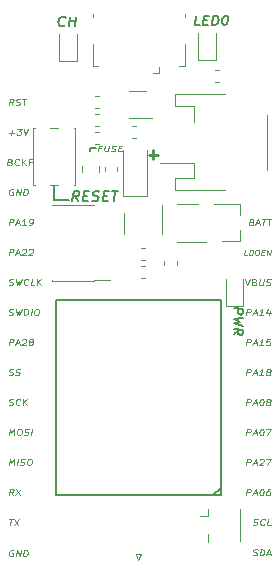
<source format=gto>
G04 #@! TF.GenerationSoftware,KiCad,Pcbnew,(5.1.2-1)-1*
G04 #@! TF.CreationDate,2019-05-17T17:37:07+02:00*
G04 #@! TF.ProjectId,TLM-breakout-v1_1,544c4d2d-6272-4656-916b-6f75742d7631,1.1*
G04 #@! TF.SameCoordinates,Original*
G04 #@! TF.FileFunction,Legend,Top*
G04 #@! TF.FilePolarity,Positive*
%FSLAX46Y46*%
G04 Gerber Fmt 4.6, Leading zero omitted, Abs format (unit mm)*
G04 Created by KiCad (PCBNEW (5.1.2-1)-1) date 2019-05-17 17:37:07*
%MOMM*%
%LPD*%
G04 APERTURE LIST*
%ADD10C,0.100000*%
%ADD11C,0.125000*%
%ADD12C,0.112500*%
%ADD13C,0.200000*%
%ADD14C,0.150000*%
%ADD15C,0.175000*%
%ADD16C,0.250000*%
%ADD17C,0.120000*%
G04 APERTURE END LIST*
D10*
X132696116Y-80107857D02*
X132496116Y-80107857D01*
X132466651Y-80343571D02*
X132522901Y-79893571D01*
X132808616Y-79893571D01*
X133037187Y-79893571D02*
X132991651Y-80257857D01*
X133014866Y-80300714D01*
X133040758Y-80322142D01*
X133095223Y-80343571D01*
X133209508Y-80343571D01*
X133269330Y-80322142D01*
X133300580Y-80300714D01*
X133334508Y-80257857D01*
X133380044Y-79893571D01*
X133583616Y-80322142D02*
X133666651Y-80343571D01*
X133809508Y-80343571D01*
X133869330Y-80322142D01*
X133900580Y-80300714D01*
X133934508Y-80257857D01*
X133939866Y-80215000D01*
X133916651Y-80172142D01*
X133890758Y-80150714D01*
X133836294Y-80129285D01*
X133724687Y-80107857D01*
X133670223Y-80086428D01*
X133644330Y-80065000D01*
X133621116Y-80022142D01*
X133626473Y-79979285D01*
X133660401Y-79936428D01*
X133691651Y-79915000D01*
X133751473Y-79893571D01*
X133894330Y-79893571D01*
X133977366Y-79915000D01*
X134210401Y-80107857D02*
X134410401Y-80107857D01*
X134466651Y-80343571D02*
X134180937Y-80343571D01*
X134237187Y-79893571D01*
X134522901Y-79893571D01*
D11*
X145566064Y-114532380D02*
X145648802Y-114556190D01*
X145791659Y-114556190D01*
X145851778Y-114532380D01*
X145883326Y-114508571D01*
X145917850Y-114460952D01*
X145923802Y-114413333D01*
X145901183Y-114365714D01*
X145875588Y-114341904D01*
X145821421Y-114318095D01*
X145710112Y-114294285D01*
X145655945Y-114270476D01*
X145630350Y-114246666D01*
X145607731Y-114199047D01*
X145613683Y-114151428D01*
X145648207Y-114103809D01*
X145679755Y-114080000D01*
X145739874Y-114056190D01*
X145882731Y-114056190D01*
X145965469Y-114080000D01*
X146163088Y-114556190D02*
X146225588Y-114056190D01*
X146368445Y-114056190D01*
X146451183Y-114080000D01*
X146502374Y-114127619D01*
X146524993Y-114175238D01*
X146541659Y-114270476D01*
X146532731Y-114341904D01*
X146492255Y-114437142D01*
X146457731Y-114484761D01*
X146394636Y-114532380D01*
X146305945Y-114556190D01*
X146163088Y-114556190D01*
X146752374Y-114413333D02*
X147038088Y-114413333D01*
X146677374Y-114556190D02*
X146939874Y-114056190D01*
X147077374Y-114556190D01*
X145594635Y-111972380D02*
X145677373Y-111996190D01*
X145820230Y-111996190D01*
X145880349Y-111972380D01*
X145911897Y-111948571D01*
X145946421Y-111900952D01*
X145952373Y-111853333D01*
X145929754Y-111805714D01*
X145904159Y-111781904D01*
X145849992Y-111758095D01*
X145738683Y-111734285D01*
X145684516Y-111710476D01*
X145658921Y-111686666D01*
X145636302Y-111639047D01*
X145642254Y-111591428D01*
X145676778Y-111543809D01*
X145708325Y-111520000D01*
X145768444Y-111496190D01*
X145911302Y-111496190D01*
X145994040Y-111520000D01*
X146540468Y-111948571D02*
X146508921Y-111972380D01*
X146420230Y-111996190D01*
X146363087Y-111996190D01*
X146280349Y-111972380D01*
X146229159Y-111924761D01*
X146206540Y-111877142D01*
X146189873Y-111781904D01*
X146198802Y-111710476D01*
X146239278Y-111615238D01*
X146273802Y-111567619D01*
X146336897Y-111520000D01*
X146425587Y-111496190D01*
X146482730Y-111496190D01*
X146565468Y-111520000D01*
X146591063Y-111543809D01*
X147077373Y-111996190D02*
X146791659Y-111996190D01*
X146854159Y-111496190D01*
X145020230Y-109466190D02*
X145082730Y-108966190D01*
X145311302Y-108966190D01*
X145365468Y-108990000D01*
X145391063Y-109013809D01*
X145413683Y-109061428D01*
X145404754Y-109132857D01*
X145370230Y-109180476D01*
X145338683Y-109204285D01*
X145278563Y-109228095D01*
X145049992Y-109228095D01*
X145609516Y-109323333D02*
X145895230Y-109323333D01*
X145534516Y-109466190D02*
X145797016Y-108966190D01*
X145934516Y-109466190D01*
X146311302Y-108966190D02*
X146368444Y-108966190D01*
X146422611Y-108990000D01*
X146448206Y-109013809D01*
X146470825Y-109061428D01*
X146487492Y-109156666D01*
X146472611Y-109275714D01*
X146432135Y-109370952D01*
X146397611Y-109418571D01*
X146366063Y-109442380D01*
X146305944Y-109466190D01*
X146248802Y-109466190D01*
X146194635Y-109442380D01*
X146169040Y-109418571D01*
X146146421Y-109370952D01*
X146129754Y-109275714D01*
X146144635Y-109156666D01*
X146185111Y-109061428D01*
X146219635Y-109013809D01*
X146251183Y-108990000D01*
X146311302Y-108966190D01*
X147025587Y-108966190D02*
X146911302Y-108966190D01*
X146851183Y-108990000D01*
X146819635Y-109013809D01*
X146753563Y-109085238D01*
X146713087Y-109180476D01*
X146689278Y-109370952D01*
X146711897Y-109418571D01*
X146737492Y-109442380D01*
X146791659Y-109466190D01*
X146905944Y-109466190D01*
X146966063Y-109442380D01*
X146997611Y-109418571D01*
X147032135Y-109370952D01*
X147047016Y-109251904D01*
X147024397Y-109204285D01*
X146998802Y-109180476D01*
X146944635Y-109156666D01*
X146830349Y-109156666D01*
X146770230Y-109180476D01*
X146738683Y-109204285D01*
X146704159Y-109251904D01*
X145020230Y-106926190D02*
X145082730Y-106426190D01*
X145311302Y-106426190D01*
X145365468Y-106450000D01*
X145391063Y-106473809D01*
X145413683Y-106521428D01*
X145404754Y-106592857D01*
X145370230Y-106640476D01*
X145338683Y-106664285D01*
X145278563Y-106688095D01*
X145049992Y-106688095D01*
X145609516Y-106783333D02*
X145895230Y-106783333D01*
X145534516Y-106926190D02*
X145797016Y-106426190D01*
X145934516Y-106926190D01*
X146162492Y-106473809D02*
X146194040Y-106450000D01*
X146254159Y-106426190D01*
X146397016Y-106426190D01*
X146451183Y-106450000D01*
X146476778Y-106473809D01*
X146499397Y-106521428D01*
X146493444Y-106569047D01*
X146455944Y-106640476D01*
X146077373Y-106926190D01*
X146448802Y-106926190D01*
X146711302Y-106426190D02*
X147111302Y-106426190D01*
X146791659Y-106926190D01*
X145020230Y-104386190D02*
X145082730Y-103886190D01*
X145311302Y-103886190D01*
X145365468Y-103910000D01*
X145391063Y-103933809D01*
X145413683Y-103981428D01*
X145404754Y-104052857D01*
X145370230Y-104100476D01*
X145338683Y-104124285D01*
X145278563Y-104148095D01*
X145049992Y-104148095D01*
X145609516Y-104243333D02*
X145895230Y-104243333D01*
X145534516Y-104386190D02*
X145797016Y-103886190D01*
X145934516Y-104386190D01*
X146311302Y-103886190D02*
X146368444Y-103886190D01*
X146422611Y-103910000D01*
X146448206Y-103933809D01*
X146470825Y-103981428D01*
X146487492Y-104076666D01*
X146472611Y-104195714D01*
X146432135Y-104290952D01*
X146397611Y-104338571D01*
X146366063Y-104362380D01*
X146305944Y-104386190D01*
X146248802Y-104386190D01*
X146194635Y-104362380D01*
X146169040Y-104338571D01*
X146146421Y-104290952D01*
X146129754Y-104195714D01*
X146144635Y-104076666D01*
X146185111Y-103981428D01*
X146219635Y-103933809D01*
X146251183Y-103910000D01*
X146311302Y-103886190D01*
X146711302Y-103886190D02*
X147111302Y-103886190D01*
X146791659Y-104386190D01*
X145020230Y-101846190D02*
X145082730Y-101346190D01*
X145311302Y-101346190D01*
X145365468Y-101370000D01*
X145391063Y-101393809D01*
X145413683Y-101441428D01*
X145404754Y-101512857D01*
X145370230Y-101560476D01*
X145338683Y-101584285D01*
X145278563Y-101608095D01*
X145049992Y-101608095D01*
X145609516Y-101703333D02*
X145895230Y-101703333D01*
X145534516Y-101846190D02*
X145797016Y-101346190D01*
X145934516Y-101846190D01*
X146311302Y-101346190D02*
X146368444Y-101346190D01*
X146422611Y-101370000D01*
X146448206Y-101393809D01*
X146470825Y-101441428D01*
X146487492Y-101536666D01*
X146472611Y-101655714D01*
X146432135Y-101750952D01*
X146397611Y-101798571D01*
X146366063Y-101822380D01*
X146305944Y-101846190D01*
X146248802Y-101846190D01*
X146194635Y-101822380D01*
X146169040Y-101798571D01*
X146146421Y-101750952D01*
X146129754Y-101655714D01*
X146144635Y-101536666D01*
X146185111Y-101441428D01*
X146219635Y-101393809D01*
X146251183Y-101370000D01*
X146311302Y-101346190D01*
X146827373Y-101560476D02*
X146773206Y-101536666D01*
X146747611Y-101512857D01*
X146724992Y-101465238D01*
X146727968Y-101441428D01*
X146762492Y-101393809D01*
X146794040Y-101370000D01*
X146854159Y-101346190D01*
X146968444Y-101346190D01*
X147022611Y-101370000D01*
X147048206Y-101393809D01*
X147070825Y-101441428D01*
X147067849Y-101465238D01*
X147033325Y-101512857D01*
X147001778Y-101536666D01*
X146941659Y-101560476D01*
X146827373Y-101560476D01*
X146767254Y-101584285D01*
X146735706Y-101608095D01*
X146701183Y-101655714D01*
X146689278Y-101750952D01*
X146711897Y-101798571D01*
X146737492Y-101822380D01*
X146791659Y-101846190D01*
X146905944Y-101846190D01*
X146966063Y-101822380D01*
X146997611Y-101798571D01*
X147032135Y-101750952D01*
X147044040Y-101655714D01*
X147021421Y-101608095D01*
X146995825Y-101584285D01*
X146941659Y-101560476D01*
X145020230Y-99306190D02*
X145082730Y-98806190D01*
X145311302Y-98806190D01*
X145365468Y-98830000D01*
X145391063Y-98853809D01*
X145413683Y-98901428D01*
X145404754Y-98972857D01*
X145370230Y-99020476D01*
X145338683Y-99044285D01*
X145278563Y-99068095D01*
X145049992Y-99068095D01*
X145609516Y-99163333D02*
X145895230Y-99163333D01*
X145534516Y-99306190D02*
X145797016Y-98806190D01*
X145934516Y-99306190D01*
X146448802Y-99306190D02*
X146105944Y-99306190D01*
X146277373Y-99306190D02*
X146339873Y-98806190D01*
X146273802Y-98877619D01*
X146210706Y-98925238D01*
X146150587Y-98949047D01*
X146827373Y-99020476D02*
X146773206Y-98996666D01*
X146747611Y-98972857D01*
X146724992Y-98925238D01*
X146727968Y-98901428D01*
X146762492Y-98853809D01*
X146794040Y-98830000D01*
X146854159Y-98806190D01*
X146968444Y-98806190D01*
X147022611Y-98830000D01*
X147048206Y-98853809D01*
X147070825Y-98901428D01*
X147067849Y-98925238D01*
X147033325Y-98972857D01*
X147001778Y-98996666D01*
X146941659Y-99020476D01*
X146827373Y-99020476D01*
X146767254Y-99044285D01*
X146735706Y-99068095D01*
X146701183Y-99115714D01*
X146689278Y-99210952D01*
X146711897Y-99258571D01*
X146737492Y-99282380D01*
X146791659Y-99306190D01*
X146905944Y-99306190D01*
X146966063Y-99282380D01*
X146997611Y-99258571D01*
X147032135Y-99210952D01*
X147044040Y-99115714D01*
X147021421Y-99068095D01*
X146995825Y-99044285D01*
X146941659Y-99020476D01*
X145020230Y-96766190D02*
X145082730Y-96266190D01*
X145311302Y-96266190D01*
X145365468Y-96290000D01*
X145391063Y-96313809D01*
X145413683Y-96361428D01*
X145404754Y-96432857D01*
X145370230Y-96480476D01*
X145338683Y-96504285D01*
X145278563Y-96528095D01*
X145049992Y-96528095D01*
X145609516Y-96623333D02*
X145895230Y-96623333D01*
X145534516Y-96766190D02*
X145797016Y-96266190D01*
X145934516Y-96766190D01*
X146448802Y-96766190D02*
X146105944Y-96766190D01*
X146277373Y-96766190D02*
X146339873Y-96266190D01*
X146273802Y-96337619D01*
X146210706Y-96385238D01*
X146150587Y-96409047D01*
X147054159Y-96266190D02*
X146768444Y-96266190D01*
X146710111Y-96504285D01*
X146741659Y-96480476D01*
X146801778Y-96456666D01*
X146944635Y-96456666D01*
X146998802Y-96480476D01*
X147024397Y-96504285D01*
X147047016Y-96551904D01*
X147032135Y-96670952D01*
X146997611Y-96718571D01*
X146966063Y-96742380D01*
X146905944Y-96766190D01*
X146763087Y-96766190D01*
X146708921Y-96742380D01*
X146683325Y-96718571D01*
X145020230Y-94226190D02*
X145082730Y-93726190D01*
X145311302Y-93726190D01*
X145365468Y-93750000D01*
X145391063Y-93773809D01*
X145413683Y-93821428D01*
X145404754Y-93892857D01*
X145370230Y-93940476D01*
X145338683Y-93964285D01*
X145278563Y-93988095D01*
X145049992Y-93988095D01*
X145609516Y-94083333D02*
X145895230Y-94083333D01*
X145534516Y-94226190D02*
X145797016Y-93726190D01*
X145934516Y-94226190D01*
X146448802Y-94226190D02*
X146105944Y-94226190D01*
X146277373Y-94226190D02*
X146339873Y-93726190D01*
X146273802Y-93797619D01*
X146210706Y-93845238D01*
X146150587Y-93869047D01*
X147004754Y-93892857D02*
X146963087Y-94226190D01*
X146885706Y-93702380D02*
X146698206Y-94059523D01*
X147069635Y-94059523D01*
X144939873Y-91186190D02*
X145077373Y-91686190D01*
X145339873Y-91186190D01*
X145710112Y-91424285D02*
X145792850Y-91448095D01*
X145818445Y-91471904D01*
X145841064Y-91519523D01*
X145832135Y-91590952D01*
X145797612Y-91638571D01*
X145766064Y-91662380D01*
X145705945Y-91686190D01*
X145477373Y-91686190D01*
X145539873Y-91186190D01*
X145739873Y-91186190D01*
X145794040Y-91210000D01*
X145819635Y-91233809D01*
X145842254Y-91281428D01*
X145836302Y-91329047D01*
X145801778Y-91376666D01*
X145770231Y-91400476D01*
X145710112Y-91424285D01*
X145510112Y-91424285D01*
X146139873Y-91186190D02*
X146089278Y-91590952D01*
X146111897Y-91638571D01*
X146137492Y-91662380D01*
X146191659Y-91686190D01*
X146305945Y-91686190D01*
X146366064Y-91662380D01*
X146397612Y-91638571D01*
X146432135Y-91590952D01*
X146482731Y-91186190D01*
X146680350Y-91662380D02*
X146763088Y-91686190D01*
X146905945Y-91686190D01*
X146966064Y-91662380D01*
X146997612Y-91638571D01*
X147032135Y-91590952D01*
X147038088Y-91543333D01*
X147015469Y-91495714D01*
X146989873Y-91471904D01*
X146935707Y-91448095D01*
X146824397Y-91424285D01*
X146770231Y-91400476D01*
X146744635Y-91376666D01*
X146722016Y-91329047D01*
X146727969Y-91281428D01*
X146762492Y-91233809D01*
X146794040Y-91210000D01*
X146854159Y-91186190D01*
X146997016Y-91186190D01*
X147079754Y-91210000D01*
D12*
X145098553Y-89123571D02*
X144860458Y-89123571D01*
X144916708Y-88673571D01*
X145265220Y-89123571D02*
X145321470Y-88673571D01*
X145440517Y-88673571D01*
X145509267Y-88695000D01*
X145551529Y-88737857D01*
X145569981Y-88780714D01*
X145583077Y-88866428D01*
X145575041Y-88930714D01*
X145540517Y-89016428D01*
X145511350Y-89059285D01*
X145458374Y-89102142D01*
X145384267Y-89123571D01*
X145265220Y-89123571D01*
X145916708Y-88673571D02*
X146011946Y-88673571D01*
X146056886Y-88695000D01*
X146099148Y-88737857D01*
X146112243Y-88823571D01*
X146093493Y-88973571D01*
X146058970Y-89059285D01*
X146005993Y-89102142D01*
X145955696Y-89123571D01*
X145860458Y-89123571D01*
X145815517Y-89102142D01*
X145773255Y-89059285D01*
X145760160Y-88973571D01*
X145778910Y-88823571D01*
X145813434Y-88737857D01*
X145866410Y-88695000D01*
X145916708Y-88673571D01*
X146318493Y-88887857D02*
X146485160Y-88887857D01*
X146527124Y-89123571D02*
X146289029Y-89123571D01*
X146345279Y-88673571D01*
X146583374Y-88673571D01*
X146741410Y-89123571D02*
X146797660Y-88673571D01*
X147027124Y-89123571D01*
X147083374Y-88673571D01*
D11*
X145481540Y-86344285D02*
X145564278Y-86368095D01*
X145589873Y-86391904D01*
X145612492Y-86439523D01*
X145603564Y-86510952D01*
X145569040Y-86558571D01*
X145537492Y-86582380D01*
X145477373Y-86606190D01*
X145248802Y-86606190D01*
X145311302Y-86106190D01*
X145511302Y-86106190D01*
X145565469Y-86130000D01*
X145591064Y-86153809D01*
X145613683Y-86201428D01*
X145607730Y-86249047D01*
X145573207Y-86296666D01*
X145541659Y-86320476D01*
X145481540Y-86344285D01*
X145281540Y-86344285D01*
X145838088Y-86463333D02*
X146123802Y-86463333D01*
X145763088Y-86606190D02*
X146025588Y-86106190D01*
X146163088Y-86606190D01*
X146339873Y-86106190D02*
X146682730Y-86106190D01*
X146448802Y-86606190D02*
X146511302Y-86106190D01*
X146797016Y-86106190D02*
X147139873Y-86106190D01*
X146905945Y-86606190D02*
X146968445Y-86106190D01*
X125288325Y-114150000D02*
X125234159Y-114126190D01*
X125148444Y-114126190D01*
X125059754Y-114150000D01*
X124996659Y-114197619D01*
X124962135Y-114245238D01*
X124921659Y-114340476D01*
X124912730Y-114411904D01*
X124929397Y-114507142D01*
X124952016Y-114554761D01*
X125003206Y-114602380D01*
X125085944Y-114626190D01*
X125143087Y-114626190D01*
X125231778Y-114602380D01*
X125263325Y-114578571D01*
X125284159Y-114411904D01*
X125169873Y-114411904D01*
X125514516Y-114626190D02*
X125577016Y-114126190D01*
X125857373Y-114626190D01*
X125919873Y-114126190D01*
X126143087Y-114626190D02*
X126205587Y-114126190D01*
X126348444Y-114126190D01*
X126431183Y-114150000D01*
X126482373Y-114197619D01*
X126504992Y-114245238D01*
X126521659Y-114340476D01*
X126512730Y-114411904D01*
X126472254Y-114507142D01*
X126437730Y-114554761D01*
X126374635Y-114602380D01*
X126285944Y-114626190D01*
X126143087Y-114626190D01*
X124891302Y-111496190D02*
X125234159Y-111496190D01*
X125000230Y-111996190D02*
X125062730Y-111496190D01*
X125377016Y-111496190D02*
X125714516Y-111996190D01*
X125777016Y-111496190D02*
X125314516Y-111996190D01*
X125257373Y-109456190D02*
X125087135Y-109218095D01*
X124914516Y-109456190D02*
X124977016Y-108956190D01*
X125205588Y-108956190D01*
X125259754Y-108980000D01*
X125285350Y-109003809D01*
X125307969Y-109051428D01*
X125299040Y-109122857D01*
X125264516Y-109170476D01*
X125232969Y-109194285D01*
X125172850Y-109218095D01*
X124944278Y-109218095D01*
X125519873Y-108956190D02*
X125857373Y-109456190D01*
X125919873Y-108956190D02*
X125457373Y-109456190D01*
X124914516Y-106916190D02*
X124977016Y-106416190D01*
X125132373Y-106773333D01*
X125377016Y-106416190D01*
X125314516Y-106916190D01*
X125600231Y-106916190D02*
X125662731Y-106416190D01*
X125860350Y-106892380D02*
X125943088Y-106916190D01*
X126085945Y-106916190D01*
X126146064Y-106892380D01*
X126177612Y-106868571D01*
X126212135Y-106820952D01*
X126218088Y-106773333D01*
X126195469Y-106725714D01*
X126169873Y-106701904D01*
X126115707Y-106678095D01*
X126004397Y-106654285D01*
X125950231Y-106630476D01*
X125924635Y-106606666D01*
X125902016Y-106559047D01*
X125907969Y-106511428D01*
X125942492Y-106463809D01*
X125974040Y-106440000D01*
X126034159Y-106416190D01*
X126177016Y-106416190D01*
X126259754Y-106440000D01*
X126634159Y-106416190D02*
X126748445Y-106416190D01*
X126802612Y-106440000D01*
X126853802Y-106487619D01*
X126870469Y-106582857D01*
X126849635Y-106749523D01*
X126809159Y-106844761D01*
X126746064Y-106892380D01*
X126685945Y-106916190D01*
X126571659Y-106916190D01*
X126517492Y-106892380D01*
X126466302Y-106844761D01*
X126449635Y-106749523D01*
X126470469Y-106582857D01*
X126510945Y-106487619D01*
X126574040Y-106440000D01*
X126634159Y-106416190D01*
X124914516Y-104376190D02*
X124977016Y-103876190D01*
X125132373Y-104233333D01*
X125377016Y-103876190D01*
X125314516Y-104376190D01*
X125777016Y-103876190D02*
X125891302Y-103876190D01*
X125945469Y-103900000D01*
X125996659Y-103947619D01*
X126013326Y-104042857D01*
X125992492Y-104209523D01*
X125952016Y-104304761D01*
X125888921Y-104352380D01*
X125828802Y-104376190D01*
X125714516Y-104376190D01*
X125660350Y-104352380D01*
X125609159Y-104304761D01*
X125592492Y-104209523D01*
X125613326Y-104042857D01*
X125653802Y-103947619D01*
X125716897Y-103900000D01*
X125777016Y-103876190D01*
X126203207Y-104352380D02*
X126285945Y-104376190D01*
X126428802Y-104376190D01*
X126488921Y-104352380D01*
X126520469Y-104328571D01*
X126554992Y-104280952D01*
X126560945Y-104233333D01*
X126538326Y-104185714D01*
X126512731Y-104161904D01*
X126458564Y-104138095D01*
X126347254Y-104114285D01*
X126293088Y-104090476D01*
X126267492Y-104066666D01*
X126244873Y-104019047D01*
X126250826Y-103971428D01*
X126285350Y-103923809D01*
X126316897Y-103900000D01*
X126377016Y-103876190D01*
X126519873Y-103876190D01*
X126602612Y-103900000D01*
X126800231Y-104376190D02*
X126862731Y-103876190D01*
X124888921Y-101812380D02*
X124971659Y-101836190D01*
X125114516Y-101836190D01*
X125174635Y-101812380D01*
X125206183Y-101788571D01*
X125240707Y-101740952D01*
X125246659Y-101693333D01*
X125224040Y-101645714D01*
X125198445Y-101621904D01*
X125144278Y-101598095D01*
X125032969Y-101574285D01*
X124978802Y-101550476D01*
X124953207Y-101526666D01*
X124930588Y-101479047D01*
X124936540Y-101431428D01*
X124971064Y-101383809D01*
X125002612Y-101360000D01*
X125062731Y-101336190D01*
X125205588Y-101336190D01*
X125288326Y-101360000D01*
X125834754Y-101788571D02*
X125803207Y-101812380D01*
X125714516Y-101836190D01*
X125657373Y-101836190D01*
X125574635Y-101812380D01*
X125523445Y-101764761D01*
X125500826Y-101717142D01*
X125484159Y-101621904D01*
X125493088Y-101550476D01*
X125533564Y-101455238D01*
X125568088Y-101407619D01*
X125631183Y-101360000D01*
X125719873Y-101336190D01*
X125777016Y-101336190D01*
X125859754Y-101360000D01*
X125885350Y-101383809D01*
X126085945Y-101836190D02*
X126148445Y-101336190D01*
X126428802Y-101836190D02*
X126207373Y-101550476D01*
X126491302Y-101336190D02*
X126112731Y-101621904D01*
X124888921Y-99272380D02*
X124971659Y-99296190D01*
X125114516Y-99296190D01*
X125174635Y-99272380D01*
X125206183Y-99248571D01*
X125240706Y-99200952D01*
X125246659Y-99153333D01*
X125224040Y-99105714D01*
X125198445Y-99081904D01*
X125144278Y-99058095D01*
X125032968Y-99034285D01*
X124978802Y-99010476D01*
X124953206Y-98986666D01*
X124930587Y-98939047D01*
X124936540Y-98891428D01*
X124971064Y-98843809D01*
X125002611Y-98820000D01*
X125062730Y-98796190D01*
X125205587Y-98796190D01*
X125288326Y-98820000D01*
X125460349Y-99272380D02*
X125543087Y-99296190D01*
X125685945Y-99296190D01*
X125746064Y-99272380D01*
X125777611Y-99248571D01*
X125812135Y-99200952D01*
X125818087Y-99153333D01*
X125795468Y-99105714D01*
X125769873Y-99081904D01*
X125715706Y-99058095D01*
X125604397Y-99034285D01*
X125550230Y-99010476D01*
X125524635Y-98986666D01*
X125502016Y-98939047D01*
X125507968Y-98891428D01*
X125542492Y-98843809D01*
X125574040Y-98820000D01*
X125634159Y-98796190D01*
X125777016Y-98796190D01*
X125859754Y-98820000D01*
X124914516Y-96756190D02*
X124977016Y-96256190D01*
X125205588Y-96256190D01*
X125259754Y-96280000D01*
X125285349Y-96303809D01*
X125307969Y-96351428D01*
X125299040Y-96422857D01*
X125264516Y-96470476D01*
X125232969Y-96494285D01*
X125172849Y-96518095D01*
X124944278Y-96518095D01*
X125503802Y-96613333D02*
X125789516Y-96613333D01*
X125428802Y-96756190D02*
X125691302Y-96256190D01*
X125828802Y-96756190D01*
X126056778Y-96303809D02*
X126088326Y-96280000D01*
X126148445Y-96256190D01*
X126291302Y-96256190D01*
X126345469Y-96280000D01*
X126371064Y-96303809D01*
X126393683Y-96351428D01*
X126387730Y-96399047D01*
X126350230Y-96470476D01*
X125971659Y-96756190D01*
X126343088Y-96756190D01*
X126721659Y-96470476D02*
X126667492Y-96446666D01*
X126641897Y-96422857D01*
X126619278Y-96375238D01*
X126622254Y-96351428D01*
X126656778Y-96303809D01*
X126688326Y-96280000D01*
X126748445Y-96256190D01*
X126862730Y-96256190D01*
X126916897Y-96280000D01*
X126942492Y-96303809D01*
X126965111Y-96351428D01*
X126962135Y-96375238D01*
X126927611Y-96422857D01*
X126896064Y-96446666D01*
X126835945Y-96470476D01*
X126721659Y-96470476D01*
X126661540Y-96494285D01*
X126629992Y-96518095D01*
X126595469Y-96565714D01*
X126583564Y-96660952D01*
X126606183Y-96708571D01*
X126631778Y-96732380D01*
X126685945Y-96756190D01*
X126800230Y-96756190D01*
X126860349Y-96732380D01*
X126891897Y-96708571D01*
X126926421Y-96660952D01*
X126938326Y-96565714D01*
X126915707Y-96518095D01*
X126890111Y-96494285D01*
X126835945Y-96470476D01*
X124888921Y-94192380D02*
X124971659Y-94216190D01*
X125114516Y-94216190D01*
X125174635Y-94192380D01*
X125206183Y-94168571D01*
X125240707Y-94120952D01*
X125246659Y-94073333D01*
X125224040Y-94025714D01*
X125198445Y-94001904D01*
X125144278Y-93978095D01*
X125032969Y-93954285D01*
X124978802Y-93930476D01*
X124953207Y-93906666D01*
X124930588Y-93859047D01*
X124936540Y-93811428D01*
X124971064Y-93763809D01*
X125002612Y-93740000D01*
X125062731Y-93716190D01*
X125205588Y-93716190D01*
X125288326Y-93740000D01*
X125491302Y-93716190D02*
X125571659Y-94216190D01*
X125730588Y-93859047D01*
X125800231Y-94216190D01*
X126005588Y-93716190D01*
X126171659Y-94216190D02*
X126234159Y-93716190D01*
X126377016Y-93716190D01*
X126459754Y-93740000D01*
X126510945Y-93787619D01*
X126533564Y-93835238D01*
X126550231Y-93930476D01*
X126541302Y-94001904D01*
X126500826Y-94097142D01*
X126466302Y-94144761D01*
X126403207Y-94192380D01*
X126314516Y-94216190D01*
X126171659Y-94216190D01*
X126771659Y-94216190D02*
X126834159Y-93716190D01*
X127234159Y-93716190D02*
X127348445Y-93716190D01*
X127402612Y-93740000D01*
X127453802Y-93787619D01*
X127470469Y-93882857D01*
X127449635Y-94049523D01*
X127409159Y-94144761D01*
X127346064Y-94192380D01*
X127285945Y-94216190D01*
X127171659Y-94216190D01*
X127117492Y-94192380D01*
X127066302Y-94144761D01*
X127049635Y-94049523D01*
X127070469Y-93882857D01*
X127110945Y-93787619D01*
X127174040Y-93740000D01*
X127234159Y-93716190D01*
X124888921Y-91652380D02*
X124971659Y-91676190D01*
X125114516Y-91676190D01*
X125174635Y-91652380D01*
X125206183Y-91628571D01*
X125240706Y-91580952D01*
X125246659Y-91533333D01*
X125224040Y-91485714D01*
X125198445Y-91461904D01*
X125144278Y-91438095D01*
X125032968Y-91414285D01*
X124978802Y-91390476D01*
X124953206Y-91366666D01*
X124930587Y-91319047D01*
X124936540Y-91271428D01*
X124971064Y-91223809D01*
X125002611Y-91200000D01*
X125062730Y-91176190D01*
X125205587Y-91176190D01*
X125288326Y-91200000D01*
X125491302Y-91176190D02*
X125571659Y-91676190D01*
X125730587Y-91319047D01*
X125800230Y-91676190D01*
X126005587Y-91176190D01*
X126520468Y-91628571D02*
X126488921Y-91652380D01*
X126400230Y-91676190D01*
X126343087Y-91676190D01*
X126260349Y-91652380D01*
X126209159Y-91604761D01*
X126186540Y-91557142D01*
X126169873Y-91461904D01*
X126178802Y-91390476D01*
X126219278Y-91295238D01*
X126253802Y-91247619D01*
X126316897Y-91200000D01*
X126405587Y-91176190D01*
X126462730Y-91176190D01*
X126545468Y-91200000D01*
X126571064Y-91223809D01*
X127057373Y-91676190D02*
X126771659Y-91676190D01*
X126834159Y-91176190D01*
X127257373Y-91676190D02*
X127319873Y-91176190D01*
X127600230Y-91676190D02*
X127378802Y-91390476D01*
X127662730Y-91176190D02*
X127284159Y-91461904D01*
X124914516Y-89136190D02*
X124977016Y-88636190D01*
X125205588Y-88636190D01*
X125259754Y-88660000D01*
X125285349Y-88683809D01*
X125307969Y-88731428D01*
X125299040Y-88802857D01*
X125264516Y-88850476D01*
X125232969Y-88874285D01*
X125172849Y-88898095D01*
X124944278Y-88898095D01*
X125503802Y-88993333D02*
X125789516Y-88993333D01*
X125428802Y-89136190D02*
X125691302Y-88636190D01*
X125828802Y-89136190D01*
X126056778Y-88683809D02*
X126088326Y-88660000D01*
X126148445Y-88636190D01*
X126291302Y-88636190D01*
X126345469Y-88660000D01*
X126371064Y-88683809D01*
X126393683Y-88731428D01*
X126387730Y-88779047D01*
X126350230Y-88850476D01*
X125971659Y-89136190D01*
X126343088Y-89136190D01*
X126628207Y-88683809D02*
X126659754Y-88660000D01*
X126719873Y-88636190D01*
X126862730Y-88636190D01*
X126916897Y-88660000D01*
X126942492Y-88683809D01*
X126965111Y-88731428D01*
X126959159Y-88779047D01*
X126921659Y-88850476D01*
X126543088Y-89136190D01*
X126914516Y-89136190D01*
X124914516Y-86596190D02*
X124977016Y-86096190D01*
X125205588Y-86096190D01*
X125259754Y-86120000D01*
X125285349Y-86143809D01*
X125307969Y-86191428D01*
X125299040Y-86262857D01*
X125264516Y-86310476D01*
X125232969Y-86334285D01*
X125172849Y-86358095D01*
X124944278Y-86358095D01*
X125503802Y-86453333D02*
X125789516Y-86453333D01*
X125428802Y-86596190D02*
X125691302Y-86096190D01*
X125828802Y-86596190D01*
X126343088Y-86596190D02*
X126000230Y-86596190D01*
X126171659Y-86596190D02*
X126234159Y-86096190D01*
X126168088Y-86167619D01*
X126104992Y-86215238D01*
X126044873Y-86239047D01*
X126628802Y-86596190D02*
X126743088Y-86596190D01*
X126803207Y-86572380D01*
X126834754Y-86548571D01*
X126900826Y-86477142D01*
X126941302Y-86381904D01*
X126965111Y-86191428D01*
X126942492Y-86143809D01*
X126916897Y-86120000D01*
X126862730Y-86096190D01*
X126748445Y-86096190D01*
X126688326Y-86120000D01*
X126656778Y-86143809D01*
X126622254Y-86191428D01*
X126607373Y-86310476D01*
X126629992Y-86358095D01*
X126655588Y-86381904D01*
X126709754Y-86405714D01*
X126824040Y-86405714D01*
X126884159Y-86381904D01*
X126915707Y-86358095D01*
X126950230Y-86310476D01*
X125288325Y-83580000D02*
X125234159Y-83556190D01*
X125148444Y-83556190D01*
X125059754Y-83580000D01*
X124996659Y-83627619D01*
X124962135Y-83675238D01*
X124921659Y-83770476D01*
X124912730Y-83841904D01*
X124929397Y-83937142D01*
X124952016Y-83984761D01*
X125003206Y-84032380D01*
X125085944Y-84056190D01*
X125143087Y-84056190D01*
X125231778Y-84032380D01*
X125263325Y-84008571D01*
X125284159Y-83841904D01*
X125169873Y-83841904D01*
X125514516Y-84056190D02*
X125577016Y-83556190D01*
X125857373Y-84056190D01*
X125919873Y-83556190D01*
X126143087Y-84056190D02*
X126205587Y-83556190D01*
X126348444Y-83556190D01*
X126431183Y-83580000D01*
X126482373Y-83627619D01*
X126504992Y-83675238D01*
X126521659Y-83770476D01*
X126512730Y-83841904D01*
X126472254Y-83937142D01*
X126437730Y-83984761D01*
X126374635Y-84032380D01*
X126285944Y-84056190D01*
X126143087Y-84056190D01*
X125021540Y-81264285D02*
X125104278Y-81288095D01*
X125129873Y-81311904D01*
X125152492Y-81359523D01*
X125143563Y-81430952D01*
X125109040Y-81478571D01*
X125077492Y-81502380D01*
X125017373Y-81526190D01*
X124788802Y-81526190D01*
X124851302Y-81026190D01*
X125051302Y-81026190D01*
X125105468Y-81050000D01*
X125131063Y-81073809D01*
X125153683Y-81121428D01*
X125147730Y-81169047D01*
X125113206Y-81216666D01*
X125081659Y-81240476D01*
X125021540Y-81264285D01*
X124821540Y-81264285D01*
X125737611Y-81478571D02*
X125706063Y-81502380D01*
X125617373Y-81526190D01*
X125560230Y-81526190D01*
X125477492Y-81502380D01*
X125426302Y-81454761D01*
X125403683Y-81407142D01*
X125387016Y-81311904D01*
X125395944Y-81240476D01*
X125436421Y-81145238D01*
X125470944Y-81097619D01*
X125534040Y-81050000D01*
X125622730Y-81026190D01*
X125679873Y-81026190D01*
X125762611Y-81050000D01*
X125788206Y-81073809D01*
X125988802Y-81526190D02*
X126051302Y-81026190D01*
X126331659Y-81526190D02*
X126110230Y-81240476D01*
X126394159Y-81026190D02*
X126015587Y-81311904D01*
X126588802Y-81526190D02*
X126651302Y-81026190D01*
X126879873Y-81026190D01*
X126934040Y-81050000D01*
X126959635Y-81073809D01*
X126982254Y-81121428D01*
X126973325Y-81192857D01*
X126938802Y-81240476D01*
X126907254Y-81264285D01*
X126847135Y-81288095D01*
X126618563Y-81288095D01*
X124898325Y-78785714D02*
X125355468Y-78785714D01*
X125103087Y-78976190D02*
X125150706Y-78595238D01*
X125622730Y-78476190D02*
X125994159Y-78476190D01*
X125770349Y-78666666D01*
X125856063Y-78666666D01*
X125910230Y-78690476D01*
X125935825Y-78714285D01*
X125958444Y-78761904D01*
X125943563Y-78880952D01*
X125909040Y-78928571D01*
X125877492Y-78952380D01*
X125817373Y-78976190D01*
X125645944Y-78976190D01*
X125591778Y-78952380D01*
X125566183Y-78928571D01*
X126165587Y-78476190D02*
X126303087Y-78976190D01*
X126565587Y-78476190D01*
X125257373Y-76436190D02*
X125087135Y-76198095D01*
X124914516Y-76436190D02*
X124977016Y-75936190D01*
X125205587Y-75936190D01*
X125259754Y-75960000D01*
X125285349Y-75983809D01*
X125307968Y-76031428D01*
X125299040Y-76102857D01*
X125264516Y-76150476D01*
X125232968Y-76174285D01*
X125172849Y-76198095D01*
X124944278Y-76198095D01*
X125488921Y-76412380D02*
X125571659Y-76436190D01*
X125714516Y-76436190D01*
X125774635Y-76412380D01*
X125806183Y-76388571D01*
X125840706Y-76340952D01*
X125846659Y-76293333D01*
X125824040Y-76245714D01*
X125798444Y-76221904D01*
X125744278Y-76198095D01*
X125632968Y-76174285D01*
X125578802Y-76150476D01*
X125553206Y-76126666D01*
X125530587Y-76079047D01*
X125536540Y-76031428D01*
X125571063Y-75983809D01*
X125602611Y-75960000D01*
X125662730Y-75936190D01*
X125805587Y-75936190D01*
X125888325Y-75960000D01*
X126062730Y-75936190D02*
X126405587Y-75936190D01*
X126171659Y-76436190D02*
X126234159Y-75936190D01*
D13*
X128727200Y-84480400D02*
X128727200Y-83286600D01*
X130048000Y-84480400D02*
X128778000Y-84480400D01*
X131826000Y-80111600D02*
X132300000Y-80111600D01*
X131826000Y-80365600D02*
X131826000Y-80111600D01*
D14*
X143960714Y-93655297D02*
X144710714Y-93749047D01*
X144710714Y-94053809D01*
X144675000Y-94125535D01*
X144639285Y-94159166D01*
X144567857Y-94188333D01*
X144460714Y-94174940D01*
X144389285Y-94127916D01*
X144353571Y-94085357D01*
X144317857Y-94004702D01*
X144317857Y-93699940D01*
X144710714Y-94472857D02*
X143960714Y-94569583D01*
X144496428Y-94788928D01*
X143960714Y-94874345D01*
X144710714Y-95158571D01*
X143960714Y-95826726D02*
X144317857Y-95604702D01*
X143960714Y-95369583D02*
X144710714Y-95463333D01*
X144710714Y-95768095D01*
X144675000Y-95839821D01*
X144639285Y-95873452D01*
X144567857Y-95902619D01*
X144460714Y-95889226D01*
X144389285Y-95842202D01*
X144353571Y-95799642D01*
X144317857Y-95718988D01*
X144317857Y-95414226D01*
D15*
X141081742Y-69649285D02*
X140676980Y-69649285D01*
X140770730Y-68899285D01*
X141414183Y-69256428D02*
X141697516Y-69256428D01*
X141769837Y-69649285D02*
X141365075Y-69649285D01*
X141458825Y-68899285D01*
X141863587Y-68899285D01*
X142134123Y-69649285D02*
X142227873Y-68899285D01*
X142430254Y-68899285D01*
X142547218Y-68935000D01*
X142619242Y-69006428D01*
X142650790Y-69077857D01*
X142673409Y-69220714D01*
X142660016Y-69327857D01*
X142601683Y-69470714D01*
X142552278Y-69542142D01*
X142462397Y-69613571D01*
X142336504Y-69649285D01*
X142134123Y-69649285D01*
X143239778Y-68899285D02*
X143320730Y-68899285D01*
X143397218Y-68935000D01*
X143433230Y-68970714D01*
X143464778Y-69042142D01*
X143487397Y-69185000D01*
X143465075Y-69363571D01*
X143406742Y-69506428D01*
X143357337Y-69577857D01*
X143312397Y-69613571D01*
X143226980Y-69649285D01*
X143146028Y-69649285D01*
X143069540Y-69613571D01*
X143033528Y-69577857D01*
X143001980Y-69506428D01*
X142979361Y-69363571D01*
X143001683Y-69185000D01*
X143060016Y-69042142D01*
X143109421Y-68970714D01*
X143154361Y-68935000D01*
X143239778Y-68899285D01*
X129632209Y-69695714D02*
X129584590Y-69733809D01*
X129451257Y-69771904D01*
X129365543Y-69771904D01*
X129241733Y-69733809D01*
X129165543Y-69657619D01*
X129132209Y-69581428D01*
X129108400Y-69429047D01*
X129122686Y-69314761D01*
X129184590Y-69162380D01*
X129236971Y-69086190D01*
X129332209Y-69010000D01*
X129465543Y-68971904D01*
X129551257Y-68971904D01*
X129675066Y-69010000D01*
X129713162Y-69048095D01*
X130008400Y-69771904D02*
X130108400Y-68971904D01*
X130060781Y-69352857D02*
X130575066Y-69352857D01*
X130522686Y-69771904D02*
X130622686Y-68971904D01*
D13*
X130801979Y-84584523D02*
X130552574Y-84179761D01*
X130287693Y-84584523D02*
X130393943Y-83734523D01*
X130736800Y-83734523D01*
X130817455Y-83775000D01*
X130855252Y-83815476D01*
X130887991Y-83896428D01*
X130872812Y-84017857D01*
X130819836Y-84098809D01*
X130771919Y-84139285D01*
X130681145Y-84179761D01*
X130338288Y-84179761D01*
X131243348Y-84139285D02*
X131543348Y-84139285D01*
X131616264Y-84584523D02*
X131187693Y-84584523D01*
X131293943Y-83734523D01*
X131722514Y-83734523D01*
X131964181Y-84544047D02*
X132087693Y-84584523D01*
X132301979Y-84584523D01*
X132392752Y-84544047D01*
X132440669Y-84503571D01*
X132493645Y-84422619D01*
X132503764Y-84341666D01*
X132471026Y-84260714D01*
X132433229Y-84220238D01*
X132352574Y-84179761D01*
X132186205Y-84139285D01*
X132105550Y-84098809D01*
X132067752Y-84058333D01*
X132035014Y-83977380D01*
X132045133Y-83896428D01*
X132098110Y-83815476D01*
X132146026Y-83775000D01*
X132236800Y-83734523D01*
X132451086Y-83734523D01*
X132574598Y-83775000D01*
X132914776Y-84139285D02*
X133214776Y-84139285D01*
X133287693Y-84584523D02*
X132859122Y-84584523D01*
X132965372Y-83734523D01*
X133393943Y-83734523D01*
X133651086Y-83734523D02*
X134165372Y-83734523D01*
X133801979Y-84584523D02*
X133908229Y-83734523D01*
D16*
X136753647Y-80665628D02*
X137515552Y-80665628D01*
X137134600Y-81046580D02*
X137134600Y-80284676D01*
D17*
X135349720Y-79260000D02*
X135675278Y-79260000D01*
X135349720Y-78240000D02*
X135675278Y-78240000D01*
X133080000Y-82012779D02*
X133080000Y-81687221D01*
X134100000Y-82012779D02*
X134100000Y-81687221D01*
X136437279Y-90040000D02*
X136111721Y-90040000D01*
X136437279Y-91060000D02*
X136111721Y-91060000D01*
X136437279Y-89554100D02*
X136111721Y-89554100D01*
X136437279Y-88534100D02*
X136111721Y-88534100D01*
X132512779Y-75690000D02*
X132187221Y-75690000D01*
X132512779Y-76710000D02*
X132187221Y-76710000D01*
X132187221Y-78691200D02*
X132512779Y-78691200D01*
X132187221Y-79711200D02*
X132512779Y-79711200D01*
X142712779Y-74460000D02*
X142387221Y-74460000D01*
X142712779Y-73440000D02*
X142387221Y-73440000D01*
X138090000Y-89637221D02*
X138090000Y-89962779D01*
X139110000Y-89637221D02*
X139110000Y-89962779D01*
X134570000Y-84150000D02*
X136570000Y-84150000D01*
X136570000Y-84150000D02*
X136570000Y-80250000D01*
X134570000Y-84150000D02*
X134570000Y-80250000D01*
X129186000Y-70447000D02*
X129186000Y-72732000D01*
X129186000Y-72732000D02*
X130656000Y-72732000D01*
X130656000Y-72732000D02*
X130656000Y-70447000D01*
X143265000Y-91150000D02*
X143265000Y-93435000D01*
X143265000Y-93435000D02*
X144735000Y-93435000D01*
X144735000Y-93435000D02*
X144735000Y-91150000D01*
X142435000Y-72605000D02*
X142435000Y-70320000D01*
X140965000Y-72605000D02*
X142435000Y-72605000D01*
X140965000Y-70320000D02*
X140965000Y-72605000D01*
X132510000Y-81591422D02*
X132510000Y-82108578D01*
X131090000Y-81591422D02*
X131090000Y-82108578D01*
X132512779Y-78210000D02*
X132187221Y-78210000D01*
X132512779Y-77190000D02*
X132187221Y-77190000D01*
X144456000Y-110664000D02*
X144456000Y-113364000D01*
X141736000Y-111254000D02*
X141106000Y-111254000D01*
X141736000Y-113414000D02*
X141736000Y-112774000D01*
X141736000Y-110614000D02*
X141736000Y-111254000D01*
X132115000Y-91335000D02*
X128585000Y-91335000D01*
X132115000Y-84865000D02*
X128585000Y-84865000D01*
X133440000Y-91270000D02*
X132115000Y-91270000D01*
X132115000Y-91335000D02*
X132115000Y-91270000D01*
X128585000Y-91335000D02*
X128585000Y-91270000D01*
X132115000Y-84930000D02*
X132115000Y-84865000D01*
X128585000Y-84930000D02*
X128585000Y-84865000D01*
X127000000Y-78350000D02*
X127000000Y-83250000D01*
X130500000Y-83250000D02*
X130500000Y-78350000D01*
X129100000Y-83250000D02*
X128400000Y-83250000D01*
X129100000Y-78350000D02*
X128400000Y-78350000D01*
X130500000Y-78350000D02*
X130400000Y-78350000D01*
X127100000Y-78350000D02*
X127000000Y-78350000D01*
X127000000Y-83250000D02*
X127100000Y-83250000D01*
X130500000Y-83250000D02*
X130400000Y-83250000D01*
D14*
X142240000Y-109474000D02*
X142875000Y-108839000D01*
X142875000Y-92964000D02*
X142875000Y-109474000D01*
X128905000Y-92964000D02*
X142875000Y-92964000D01*
X128905000Y-109474000D02*
X128905000Y-92964000D01*
X142875000Y-109474000D02*
X128905000Y-109474000D01*
D17*
X139150000Y-88060000D02*
X141600000Y-88060000D01*
X140950000Y-84840000D02*
X139150000Y-84840000D01*
X144460000Y-87980000D02*
X144460000Y-87050000D01*
X144460000Y-84820000D02*
X144460000Y-85750000D01*
X144460000Y-84820000D02*
X142300000Y-84820000D01*
X144460000Y-87980000D02*
X143000000Y-87980000D01*
X134690000Y-85550000D02*
X134690000Y-87350000D01*
X137910000Y-87350000D02*
X137910000Y-84900000D01*
X143240000Y-83660000D02*
X138990000Y-83660000D01*
X138990000Y-83660000D02*
X138990000Y-82640000D01*
X138990000Y-82640000D02*
X140590000Y-82640000D01*
X140590000Y-82640000D02*
X140590000Y-81360000D01*
X140590000Y-81360000D02*
X137700000Y-81360000D01*
X143240000Y-75540000D02*
X138990000Y-75540000D01*
X138990000Y-75540000D02*
X138990000Y-76560000D01*
X138990000Y-76560000D02*
X140590000Y-76560000D01*
X140590000Y-76560000D02*
X140590000Y-77840000D01*
X146810000Y-81940000D02*
X146810000Y-77260000D01*
X135640000Y-114430000D02*
X135890000Y-114930000D01*
X136140000Y-114430000D02*
X135640000Y-114430000D01*
X135890000Y-114930000D02*
X136140000Y-114430000D01*
X139800000Y-73162500D02*
X139350000Y-73162500D01*
X139800000Y-71312500D02*
X139800000Y-73162500D01*
X132000000Y-68762500D02*
X132000000Y-69012500D01*
X139800000Y-68762500D02*
X139800000Y-69012500D01*
X132000000Y-71312500D02*
X132000000Y-73162500D01*
X132000000Y-73162500D02*
X132450000Y-73162500D01*
X137600000Y-73712500D02*
X137150000Y-73712500D01*
X137600000Y-73712500D02*
X137600000Y-73262500D01*
X135100000Y-77560000D02*
X137000000Y-77560000D01*
X136500000Y-75240000D02*
X135100000Y-75240000D01*
M02*

</source>
